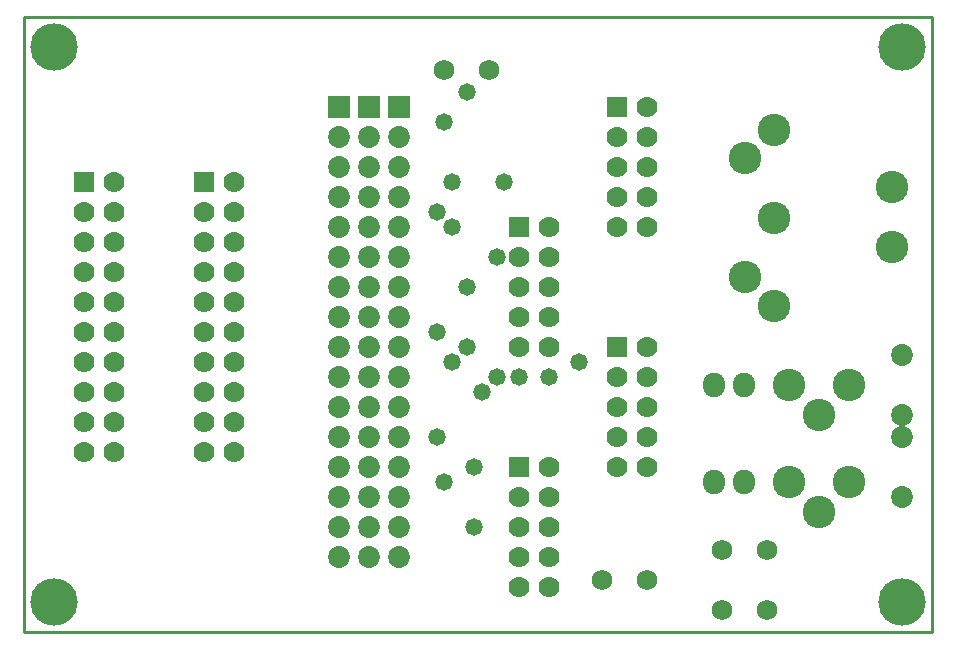
<source format=gts>
%FSLAX23Y23*%
%MOIN*%
G70*
G01*
G75*
%ADD10C,0.010*%
%ADD11R,0.062X0.062*%
%ADD12C,0.062*%
%ADD13C,0.065*%
%ADD14R,0.065X0.065*%
%ADD15C,0.100*%
%ADD16O,0.065X0.075*%
%ADD17C,0.150*%
%ADD18R,0.060X0.060*%
%ADD19C,0.060*%
%ADD20C,0.050*%
%ADD21C,0.025*%
%ADD22C,0.012*%
%ADD23C,0.008*%
%ADD24C,0.007*%
%ADD25C,0.006*%
%ADD26R,0.070X0.070*%
%ADD27C,0.070*%
%ADD28C,0.073*%
%ADD29R,0.073X0.073*%
%ADD30C,0.108*%
%ADD31O,0.073X0.083*%
%ADD32C,0.158*%
%ADD33R,0.068X0.068*%
%ADD34C,0.068*%
%ADD35C,0.058*%
D10*
X8092Y6468D02*
X11117D01*
Y8518D01*
X8092D02*
X11117D01*
X8092Y6468D02*
Y8518D01*
D26*
X10067Y7418D02*
D03*
X9742Y7018D02*
D03*
X8292Y7968D02*
D03*
X9742Y7818D02*
D03*
X8692Y7968D02*
D03*
D27*
X10167Y7418D02*
D03*
X10067Y7318D02*
D03*
X10167D02*
D03*
X10067Y7218D02*
D03*
X10167D02*
D03*
X10067Y7118D02*
D03*
X10167D02*
D03*
X10067Y7018D02*
D03*
X10167D02*
D03*
X9842D02*
D03*
X9742Y6918D02*
D03*
X9842D02*
D03*
X9742Y6818D02*
D03*
X9842D02*
D03*
X9742Y6718D02*
D03*
X9842D02*
D03*
X9742Y6618D02*
D03*
X9842D02*
D03*
X8792Y7468D02*
D03*
Y7568D02*
D03*
Y7068D02*
D03*
X8392D02*
D03*
X10167Y8218D02*
D03*
X10067Y8118D02*
D03*
X10167D02*
D03*
X10067Y8018D02*
D03*
X10167D02*
D03*
X10067Y7918D02*
D03*
X10167D02*
D03*
Y7818D02*
D03*
X9842Y7418D02*
D03*
X9742D02*
D03*
X9842Y7518D02*
D03*
X9742D02*
D03*
X9842Y7618D02*
D03*
X9742D02*
D03*
X9842Y7718D02*
D03*
X9742D02*
D03*
X9842Y7818D02*
D03*
X8792Y7968D02*
D03*
X8692Y7868D02*
D03*
X8792D02*
D03*
X8692Y7768D02*
D03*
X8792D02*
D03*
X8692Y7668D02*
D03*
X8792D02*
D03*
X8692Y7568D02*
D03*
Y7468D02*
D03*
Y7368D02*
D03*
X8792D02*
D03*
X8692Y7268D02*
D03*
X8792D02*
D03*
X8692Y7168D02*
D03*
X8792D02*
D03*
X8692Y7068D02*
D03*
X8392Y7968D02*
D03*
X8292Y7868D02*
D03*
X8392D02*
D03*
X8292Y7768D02*
D03*
X8392D02*
D03*
X8292Y7668D02*
D03*
X8392D02*
D03*
X8292Y7568D02*
D03*
Y7468D02*
D03*
X8392D02*
D03*
X8292Y7368D02*
D03*
X8392D02*
D03*
X8292Y7268D02*
D03*
X8392D02*
D03*
X8292Y7168D02*
D03*
X8392D02*
D03*
X8292Y7068D02*
D03*
X8392Y7568D02*
D03*
X10067Y7818D02*
D03*
D28*
X9342Y7518D02*
D03*
Y6718D02*
D03*
Y6818D02*
D03*
Y6918D02*
D03*
Y7018D02*
D03*
Y7118D02*
D03*
Y7218D02*
D03*
Y7318D02*
D03*
Y7418D02*
D03*
Y7618D02*
D03*
Y7718D02*
D03*
Y7818D02*
D03*
Y7918D02*
D03*
Y8018D02*
D03*
Y8118D02*
D03*
X9142Y6718D02*
D03*
Y6818D02*
D03*
Y6918D02*
D03*
Y7018D02*
D03*
Y7118D02*
D03*
Y7218D02*
D03*
Y7318D02*
D03*
Y7418D02*
D03*
Y7518D02*
D03*
Y7618D02*
D03*
Y7718D02*
D03*
Y7818D02*
D03*
Y7918D02*
D03*
Y8018D02*
D03*
Y8118D02*
D03*
X9242D02*
D03*
Y8018D02*
D03*
Y7918D02*
D03*
Y7818D02*
D03*
Y7718D02*
D03*
Y7618D02*
D03*
Y7518D02*
D03*
Y7418D02*
D03*
Y7318D02*
D03*
Y7218D02*
D03*
Y7118D02*
D03*
Y7018D02*
D03*
Y6918D02*
D03*
Y6818D02*
D03*
Y6718D02*
D03*
X11017Y7118D02*
D03*
Y7193D02*
D03*
Y7393D02*
D03*
Y6918D02*
D03*
D29*
X9342Y8218D02*
D03*
X9142D02*
D03*
X9242D02*
D03*
D30*
X10592Y7849D02*
D03*
Y8143D02*
D03*
X10985Y7750D02*
D03*
Y7950D02*
D03*
X10742Y6868D02*
D03*
X10642Y7293D02*
D03*
X10494Y7652D02*
D03*
Y8047D02*
D03*
X10592Y7554D02*
D03*
X10742Y7193D02*
D03*
X10842Y7293D02*
D03*
X10642Y6968D02*
D03*
X10842D02*
D03*
D31*
X10492D02*
D03*
X10392Y7293D02*
D03*
Y6968D02*
D03*
X10492Y7293D02*
D03*
D32*
X11017Y6568D02*
D03*
X8192Y8418D02*
D03*
Y6568D02*
D03*
X11017Y8418D02*
D03*
D33*
X10067Y8218D02*
D03*
D34*
X10417Y6743D02*
D03*
X10567D02*
D03*
X10017Y6643D02*
D03*
X10417Y6543D02*
D03*
X10167Y6643D02*
D03*
X10567Y6543D02*
D03*
X9642Y8343D02*
D03*
X9492D02*
D03*
D35*
X9592Y7018D02*
D03*
X9467Y7118D02*
D03*
X9592Y6818D02*
D03*
X9492Y6968D02*
D03*
X9467Y7468D02*
D03*
X9567Y7418D02*
D03*
X9942Y7368D02*
D03*
X9517D02*
D03*
X9617Y7268D02*
D03*
X9667Y7318D02*
D03*
X9742D02*
D03*
X9842D02*
D03*
X9467Y7868D02*
D03*
X9517Y7818D02*
D03*
X9567Y7618D02*
D03*
X9667Y7718D02*
D03*
X9517Y7968D02*
D03*
X9567Y8268D02*
D03*
X9692Y7968D02*
D03*
X9492Y8168D02*
D03*
M02*

</source>
